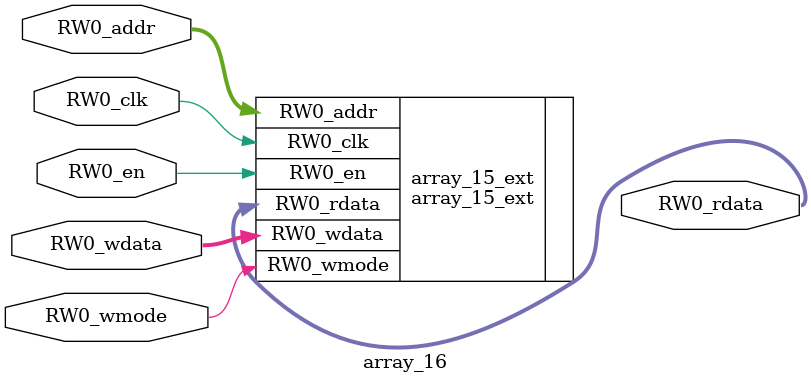
<source format=sv>
`ifndef RANDOMIZE
  `ifdef RANDOMIZE_MEM_INIT
    `define RANDOMIZE
  `endif // RANDOMIZE_MEM_INIT
`endif // not def RANDOMIZE
`ifndef RANDOMIZE
  `ifdef RANDOMIZE_REG_INIT
    `define RANDOMIZE
  `endif // RANDOMIZE_REG_INIT
`endif // not def RANDOMIZE

`ifndef RANDOM
  `define RANDOM $random
`endif // not def RANDOM

// Users can define INIT_RANDOM as general code that gets injected into the
// initializer block for modules with registers.
`ifndef INIT_RANDOM
  `define INIT_RANDOM
`endif // not def INIT_RANDOM

// If using random initialization, you can also define RANDOMIZE_DELAY to
// customize the delay used, otherwise 0.002 is used.
`ifndef RANDOMIZE_DELAY
  `define RANDOMIZE_DELAY 0.002
`endif // not def RANDOMIZE_DELAY

// Define INIT_RANDOM_PROLOG_ for use in our modules below.
`ifndef INIT_RANDOM_PROLOG_
  `ifdef RANDOMIZE
    `ifdef VERILATOR
      `define INIT_RANDOM_PROLOG_ `INIT_RANDOM
    `else  // VERILATOR
      `define INIT_RANDOM_PROLOG_ `INIT_RANDOM #`RANDOMIZE_DELAY begin end
    `endif // VERILATOR
  `else  // RANDOMIZE
    `define INIT_RANDOM_PROLOG_
  `endif // RANDOMIZE
`endif // not def INIT_RANDOM_PROLOG_

// Include register initializers in init blocks unless synthesis is set
`ifndef SYNTHESIS
  `ifndef ENABLE_INITIAL_REG_
    `define ENABLE_INITIAL_REG_
  `endif // not def ENABLE_INITIAL_REG_
`endif // not def SYNTHESIS

// Include rmemory initializers in init blocks unless synthesis is set
`ifndef SYNTHESIS
  `ifndef ENABLE_INITIAL_MEM_
    `define ENABLE_INITIAL_MEM_
  `endif // not def ENABLE_INITIAL_MEM_
`endif // not def SYNTHESIS

module array_16(
  input  [2:0]  RW0_addr,
  input         RW0_en,
  input         RW0_clk,
  input         RW0_wmode,
  input  [63:0] RW0_wdata,
  output [63:0] RW0_rdata
);

  array_15_ext array_15_ext (
    .RW0_addr  (RW0_addr),
    .RW0_en    (RW0_en),
    .RW0_clk   (RW0_clk),
    .RW0_wmode (RW0_wmode),
    .RW0_wdata (RW0_wdata),
    .RW0_rdata (RW0_rdata)
  );
endmodule


</source>
